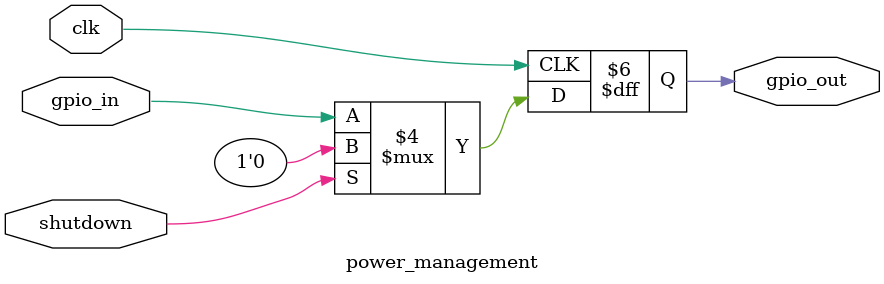
<source format=v>

module power_management #(
  parameter NUM_IN = 1,
  parameter NUM_IOS = 1
) (
  input clk,
  input [NUM_IN-1:0] shutdown,
  input [NUM_IOS-1:0] gpio_in,
  output reg [NUM_IOS-1:0] gpio_out
);

  always @(posedge clk)
    if (|shutdown)
      // Set all GPIO outputs to low
      gpio_out = {NUM_IOS{1'b0}};
    else
      // Set all GPIO outputs to the input
      gpio_out = gpio_in;

endmodule

</source>
